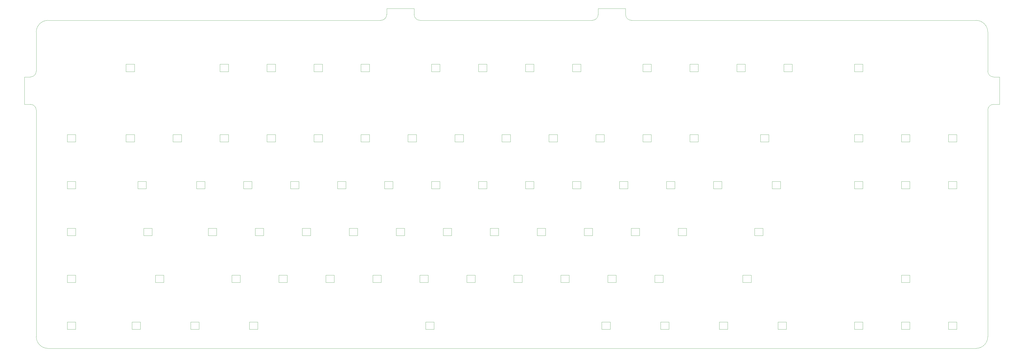
<source format=gm1>
%TF.GenerationSoftware,KiCad,Pcbnew,(5.1.10)-1*%
%TF.CreationDate,2021-10-27T23:44:53-04:00*%
%TF.ProjectId,custom_keyboard (f303_ fe2.1),63757374-6f6d-45f6-9b65-79626f617264,rev?*%
%TF.SameCoordinates,Original*%
%TF.FileFunction,Profile,NP*%
%FSLAX46Y46*%
G04 Gerber Fmt 4.6, Leading zero omitted, Abs format (unit mm)*
G04 Created by KiCad (PCBNEW (5.1.10)-1) date 2021-10-27 23:44:53*
%MOMM*%
%LPD*%
G01*
G04 APERTURE LIST*
%TA.AperFunction,Profile*%
%ADD10C,0.100000*%
%TD*%
%TA.AperFunction,Profile*%
%ADD11C,0.050000*%
%TD*%
G04 APERTURE END LIST*
D10*
X69845600Y-188106900D02*
X72226700Y-188106900D01*
X74607800Y-282557200D02*
X74607800Y-190488000D01*
X74607800Y-158740000D02*
X74607800Y-174614000D01*
X72226700Y-176995100D02*
X69845600Y-176995100D01*
X74607800Y-174614000D02*
G75*
G02*
X72226700Y-176995100I-2381100J0D01*
G01*
X72226700Y-188106900D02*
G75*
G02*
X74607800Y-190488000I0J-2381100D01*
G01*
X313511500Y-151596700D02*
X313511500Y-149215600D01*
X302399700Y-151596700D02*
X302399700Y-149215600D01*
X315892600Y-153977800D02*
X455583800Y-153977800D01*
X230173000Y-153977800D02*
X300018600Y-153977800D01*
X302399700Y-151596700D02*
G75*
G02*
X300018600Y-153977800I-2381100J0D01*
G01*
X315892600Y-153977800D02*
G75*
G02*
X313511500Y-151596700I0J2381100D01*
G01*
X227791900Y-149215600D02*
X227791900Y-151596700D01*
X216680100Y-149215600D02*
X227791900Y-149215600D01*
X216680100Y-151596700D02*
X216680100Y-149215600D01*
X79370000Y-153977800D02*
X214299000Y-153977800D01*
X216680100Y-151596700D02*
G75*
G02*
X214299000Y-153977800I-2381100J0D01*
G01*
X230173000Y-153977800D02*
G75*
G02*
X227791900Y-151596700I0J2381100D01*
G01*
X465108200Y-176995100D02*
X462727100Y-176995100D01*
X465108200Y-188106900D02*
X465108200Y-176995100D01*
X462727100Y-188106900D02*
X465108200Y-188106900D01*
X460346000Y-190488000D02*
G75*
G02*
X462727100Y-188106900I2381100J0D01*
G01*
X462727100Y-176995100D02*
G75*
G02*
X460346000Y-174614000I0J2381100D01*
G01*
X460346000Y-174614000D02*
X460346000Y-158740000D01*
X460346000Y-282557200D02*
X460346000Y-190488000D01*
X69845600Y-176995100D02*
X69845600Y-188106900D01*
X313511500Y-149215600D02*
X302399700Y-149215600D01*
X79370000Y-287319400D02*
X455583800Y-287319400D01*
X460346000Y-282557200D02*
G75*
G02*
X455583800Y-287319400I-4762200J0D01*
G01*
X455583800Y-153977800D02*
G75*
G02*
X460346000Y-158740000I0J-4762200D01*
G01*
X74607800Y-158740000D02*
G75*
G02*
X79370000Y-153977800I4762200J0D01*
G01*
X79370000Y-287319400D02*
G75*
G02*
X74607800Y-282557200I0J4762200D01*
G01*
D11*
%TO.C,MX7*%
X253871400Y-171814400D02*
X257271400Y-171814400D01*
X257271400Y-171814400D02*
X257271400Y-174814400D01*
X257271400Y-174814400D02*
X253871400Y-174814400D01*
X253871400Y-174814400D02*
X253871400Y-171814400D01*
%TO.C,MX6*%
X234822600Y-171814400D02*
X238222600Y-171814400D01*
X238222600Y-171814400D02*
X238222600Y-174814400D01*
X238222600Y-174814400D02*
X234822600Y-174814400D01*
X234822600Y-174814400D02*
X234822600Y-171814400D01*
%TO.C,MX78*%
X425310600Y-257534000D02*
X428710600Y-257534000D01*
X428710600Y-257534000D02*
X428710600Y-260534000D01*
X428710600Y-260534000D02*
X425310600Y-260534000D01*
X425310600Y-260534000D02*
X425310600Y-257534000D01*
%TO.C,MX19*%
X168151800Y-200387600D02*
X171551800Y-200387600D01*
X171551800Y-200387600D02*
X171551800Y-203387600D01*
X171551800Y-203387600D02*
X168151800Y-203387600D01*
X168151800Y-203387600D02*
X168151800Y-200387600D01*
%TO.C,MX83*%
X232441500Y-279582800D02*
X232441500Y-276582800D01*
X235841500Y-279582800D02*
X232441500Y-279582800D01*
X235841500Y-276582800D02*
X235841500Y-279582800D01*
X232441500Y-276582800D02*
X235841500Y-276582800D01*
%TO.C,MX84*%
X303874500Y-279582800D02*
X303874500Y-276582800D01*
X307274500Y-279582800D02*
X303874500Y-279582800D01*
X307274500Y-276582800D02*
X307274500Y-279582800D01*
X303874500Y-276582800D02*
X307274500Y-276582800D01*
%TO.C,MX32*%
X444359400Y-200387600D02*
X447759400Y-200387600D01*
X447759400Y-200387600D02*
X447759400Y-203387600D01*
X447759400Y-203387600D02*
X444359400Y-203387600D01*
X444359400Y-203387600D02*
X444359400Y-200387600D01*
%TO.C,MX1*%
X111005400Y-171814400D02*
X114405400Y-171814400D01*
X114405400Y-171814400D02*
X114405400Y-174814400D01*
X114405400Y-174814400D02*
X111005400Y-174814400D01*
X111005400Y-174814400D02*
X111005400Y-171814400D01*
%TO.C,MX2*%
X149103000Y-171814400D02*
X152503000Y-171814400D01*
X152503000Y-171814400D02*
X152503000Y-174814400D01*
X152503000Y-174814400D02*
X149103000Y-174814400D01*
X149103000Y-174814400D02*
X149103000Y-171814400D01*
%TO.C,MX3*%
X168151800Y-171814400D02*
X171551800Y-171814400D01*
X171551800Y-171814400D02*
X171551800Y-174814400D01*
X171551800Y-174814400D02*
X168151800Y-174814400D01*
X168151800Y-174814400D02*
X168151800Y-171814400D01*
%TO.C,MX4*%
X187200600Y-171814400D02*
X190600600Y-171814400D01*
X190600600Y-171814400D02*
X190600600Y-174814400D01*
X190600600Y-174814400D02*
X187200600Y-174814400D01*
X187200600Y-174814400D02*
X187200600Y-171814400D01*
%TO.C,MX5*%
X206249400Y-171814400D02*
X209649400Y-171814400D01*
X209649400Y-171814400D02*
X209649400Y-174814400D01*
X209649400Y-174814400D02*
X206249400Y-174814400D01*
X206249400Y-174814400D02*
X206249400Y-171814400D01*
%TO.C,MX8*%
X272920200Y-171814400D02*
X276320200Y-171814400D01*
X276320200Y-171814400D02*
X276320200Y-174814400D01*
X276320200Y-174814400D02*
X272920200Y-174814400D01*
X272920200Y-174814400D02*
X272920200Y-171814400D01*
%TO.C,MX9*%
X291969000Y-171814400D02*
X295369000Y-171814400D01*
X295369000Y-171814400D02*
X295369000Y-174814400D01*
X295369000Y-174814400D02*
X291969000Y-174814400D01*
X291969000Y-174814400D02*
X291969000Y-171814400D01*
%TO.C,MX10*%
X320542200Y-171814400D02*
X323942200Y-171814400D01*
X323942200Y-171814400D02*
X323942200Y-174814400D01*
X323942200Y-174814400D02*
X320542200Y-174814400D01*
X320542200Y-174814400D02*
X320542200Y-171814400D01*
%TO.C,MX11*%
X339591000Y-171814400D02*
X342991000Y-171814400D01*
X342991000Y-171814400D02*
X342991000Y-174814400D01*
X342991000Y-174814400D02*
X339591000Y-174814400D01*
X339591000Y-174814400D02*
X339591000Y-171814400D01*
%TO.C,MX12*%
X358639800Y-171814400D02*
X362039800Y-171814400D01*
X362039800Y-171814400D02*
X362039800Y-174814400D01*
X362039800Y-174814400D02*
X358639800Y-174814400D01*
X358639800Y-174814400D02*
X358639800Y-171814400D01*
%TO.C,MX13*%
X377688600Y-171814400D02*
X381088600Y-171814400D01*
X381088600Y-171814400D02*
X381088600Y-174814400D01*
X381088600Y-174814400D02*
X377688600Y-174814400D01*
X377688600Y-174814400D02*
X377688600Y-171814400D01*
%TO.C,MX14*%
X406261800Y-171814400D02*
X409661800Y-171814400D01*
X409661800Y-171814400D02*
X409661800Y-174814400D01*
X409661800Y-174814400D02*
X406261800Y-174814400D01*
X406261800Y-174814400D02*
X406261800Y-171814400D01*
%TO.C,MX15*%
X87194400Y-200387600D02*
X90594400Y-200387600D01*
X90594400Y-200387600D02*
X90594400Y-203387600D01*
X90594400Y-203387600D02*
X87194400Y-203387600D01*
X87194400Y-203387600D02*
X87194400Y-200387600D01*
%TO.C,MX16*%
X111005400Y-200387600D02*
X114405400Y-200387600D01*
X114405400Y-200387600D02*
X114405400Y-203387600D01*
X114405400Y-203387600D02*
X111005400Y-203387600D01*
X111005400Y-203387600D02*
X111005400Y-200387600D01*
%TO.C,MX17*%
X130054200Y-200387600D02*
X133454200Y-200387600D01*
X133454200Y-200387600D02*
X133454200Y-203387600D01*
X133454200Y-203387600D02*
X130054200Y-203387600D01*
X130054200Y-203387600D02*
X130054200Y-200387600D01*
%TO.C,MX18*%
X149103000Y-200387600D02*
X152503000Y-200387600D01*
X152503000Y-200387600D02*
X152503000Y-203387600D01*
X152503000Y-203387600D02*
X149103000Y-203387600D01*
X149103000Y-203387600D02*
X149103000Y-200387600D01*
%TO.C,MX20*%
X187200600Y-200387600D02*
X190600600Y-200387600D01*
X190600600Y-200387600D02*
X190600600Y-203387600D01*
X190600600Y-203387600D02*
X187200600Y-203387600D01*
X187200600Y-203387600D02*
X187200600Y-200387600D01*
%TO.C,MX21*%
X206249400Y-200387600D02*
X209649400Y-200387600D01*
X209649400Y-200387600D02*
X209649400Y-203387600D01*
X209649400Y-203387600D02*
X206249400Y-203387600D01*
X206249400Y-203387600D02*
X206249400Y-200387600D01*
%TO.C,MX22*%
X225298200Y-200387600D02*
X228698200Y-200387600D01*
X228698200Y-200387600D02*
X228698200Y-203387600D01*
X228698200Y-203387600D02*
X225298200Y-203387600D01*
X225298200Y-203387600D02*
X225298200Y-200387600D01*
%TO.C,MX23*%
X244347000Y-200387600D02*
X247747000Y-200387600D01*
X247747000Y-200387600D02*
X247747000Y-203387600D01*
X247747000Y-203387600D02*
X244347000Y-203387600D01*
X244347000Y-203387600D02*
X244347000Y-200387600D01*
%TO.C,MX24*%
X263395800Y-200387600D02*
X266795800Y-200387600D01*
X266795800Y-200387600D02*
X266795800Y-203387600D01*
X266795800Y-203387600D02*
X263395800Y-203387600D01*
X263395800Y-203387600D02*
X263395800Y-200387600D01*
%TO.C,MX25*%
X282444600Y-200387600D02*
X285844600Y-200387600D01*
X285844600Y-200387600D02*
X285844600Y-203387600D01*
X285844600Y-203387600D02*
X282444600Y-203387600D01*
X282444600Y-203387600D02*
X282444600Y-200387600D01*
%TO.C,MX26*%
X301493400Y-200387600D02*
X304893400Y-200387600D01*
X304893400Y-200387600D02*
X304893400Y-203387600D01*
X304893400Y-203387600D02*
X301493400Y-203387600D01*
X301493400Y-203387600D02*
X301493400Y-200387600D01*
%TO.C,MX27*%
X320542200Y-200387600D02*
X323942200Y-200387600D01*
X323942200Y-200387600D02*
X323942200Y-203387600D01*
X323942200Y-203387600D02*
X320542200Y-203387600D01*
X320542200Y-203387600D02*
X320542200Y-200387600D01*
%TO.C,MX28*%
X339591000Y-200387600D02*
X342991000Y-200387600D01*
X342991000Y-200387600D02*
X342991000Y-203387600D01*
X342991000Y-203387600D02*
X339591000Y-203387600D01*
X339591000Y-203387600D02*
X339591000Y-200387600D01*
%TO.C,MX29*%
X368164200Y-200387600D02*
X371564200Y-200387600D01*
X371564200Y-200387600D02*
X371564200Y-203387600D01*
X371564200Y-203387600D02*
X368164200Y-203387600D01*
X368164200Y-203387600D02*
X368164200Y-200387600D01*
%TO.C,MX30*%
X406261800Y-200387600D02*
X409661800Y-200387600D01*
X409661800Y-200387600D02*
X409661800Y-203387600D01*
X409661800Y-203387600D02*
X406261800Y-203387600D01*
X406261800Y-203387600D02*
X406261800Y-200387600D01*
%TO.C,MX31*%
X425310600Y-200387600D02*
X428710600Y-200387600D01*
X428710600Y-200387600D02*
X428710600Y-203387600D01*
X428710600Y-203387600D02*
X425310600Y-203387600D01*
X425310600Y-203387600D02*
X425310600Y-200387600D01*
%TO.C,MX33*%
X87194400Y-219436400D02*
X90594400Y-219436400D01*
X90594400Y-219436400D02*
X90594400Y-222436400D01*
X90594400Y-222436400D02*
X87194400Y-222436400D01*
X87194400Y-222436400D02*
X87194400Y-219436400D01*
%TO.C,MX34*%
X115767600Y-222436400D02*
X115767600Y-219436400D01*
X119167600Y-222436400D02*
X115767600Y-222436400D01*
X119167600Y-219436400D02*
X119167600Y-222436400D01*
X115767600Y-219436400D02*
X119167600Y-219436400D01*
%TO.C,MX35*%
X139578600Y-219436400D02*
X142978600Y-219436400D01*
X142978600Y-219436400D02*
X142978600Y-222436400D01*
X142978600Y-222436400D02*
X139578600Y-222436400D01*
X139578600Y-222436400D02*
X139578600Y-219436400D01*
%TO.C,MX36*%
X158627400Y-219436400D02*
X162027400Y-219436400D01*
X162027400Y-219436400D02*
X162027400Y-222436400D01*
X162027400Y-222436400D02*
X158627400Y-222436400D01*
X158627400Y-222436400D02*
X158627400Y-219436400D01*
%TO.C,MX37*%
X177676200Y-219436400D02*
X181076200Y-219436400D01*
X181076200Y-219436400D02*
X181076200Y-222436400D01*
X181076200Y-222436400D02*
X177676200Y-222436400D01*
X177676200Y-222436400D02*
X177676200Y-219436400D01*
%TO.C,MX38*%
X196725000Y-219436400D02*
X200125000Y-219436400D01*
X200125000Y-219436400D02*
X200125000Y-222436400D01*
X200125000Y-222436400D02*
X196725000Y-222436400D01*
X196725000Y-222436400D02*
X196725000Y-219436400D01*
%TO.C,MX39*%
X215773800Y-219436400D02*
X219173800Y-219436400D01*
X219173800Y-219436400D02*
X219173800Y-222436400D01*
X219173800Y-222436400D02*
X215773800Y-222436400D01*
X215773800Y-222436400D02*
X215773800Y-219436400D01*
%TO.C,MX40*%
X234822600Y-219436400D02*
X238222600Y-219436400D01*
X238222600Y-219436400D02*
X238222600Y-222436400D01*
X238222600Y-222436400D02*
X234822600Y-222436400D01*
X234822600Y-222436400D02*
X234822600Y-219436400D01*
%TO.C,MX41*%
X253871400Y-219436400D02*
X257271400Y-219436400D01*
X257271400Y-219436400D02*
X257271400Y-222436400D01*
X257271400Y-222436400D02*
X253871400Y-222436400D01*
X253871400Y-222436400D02*
X253871400Y-219436400D01*
%TO.C,MX42*%
X272920200Y-219436400D02*
X276320200Y-219436400D01*
X276320200Y-219436400D02*
X276320200Y-222436400D01*
X276320200Y-222436400D02*
X272920200Y-222436400D01*
X272920200Y-222436400D02*
X272920200Y-219436400D01*
%TO.C,MX43*%
X291969000Y-219436400D02*
X295369000Y-219436400D01*
X295369000Y-219436400D02*
X295369000Y-222436400D01*
X295369000Y-222436400D02*
X291969000Y-222436400D01*
X291969000Y-222436400D02*
X291969000Y-219436400D01*
%TO.C,MX45*%
X330066600Y-219436400D02*
X333466600Y-219436400D01*
X333466600Y-219436400D02*
X333466600Y-222436400D01*
X333466600Y-222436400D02*
X330066600Y-222436400D01*
X330066600Y-222436400D02*
X330066600Y-219436400D01*
%TO.C,MX46*%
X349115400Y-219436400D02*
X352515400Y-219436400D01*
X352515400Y-219436400D02*
X352515400Y-222436400D01*
X352515400Y-222436400D02*
X349115400Y-222436400D01*
X349115400Y-222436400D02*
X349115400Y-219436400D01*
%TO.C,MX48*%
X406261800Y-219436400D02*
X409661800Y-219436400D01*
X409661800Y-219436400D02*
X409661800Y-222436400D01*
X409661800Y-222436400D02*
X406261800Y-222436400D01*
X406261800Y-222436400D02*
X406261800Y-219436400D01*
%TO.C,MX49*%
X425310600Y-219436400D02*
X428710600Y-219436400D01*
X428710600Y-219436400D02*
X428710600Y-222436400D01*
X428710600Y-222436400D02*
X425310600Y-222436400D01*
X425310600Y-222436400D02*
X425310600Y-219436400D01*
%TO.C,MX51*%
X87194400Y-238485200D02*
X90594400Y-238485200D01*
X90594400Y-238485200D02*
X90594400Y-241485200D01*
X90594400Y-241485200D02*
X87194400Y-241485200D01*
X87194400Y-241485200D02*
X87194400Y-238485200D01*
%TO.C,MX52*%
X118148700Y-241485200D02*
X118148700Y-238485200D01*
X121548700Y-241485200D02*
X118148700Y-241485200D01*
X121548700Y-238485200D02*
X121548700Y-241485200D01*
X118148700Y-238485200D02*
X121548700Y-238485200D01*
%TO.C,MX53*%
X144282500Y-238485200D02*
X147682500Y-238485200D01*
X147682500Y-238485200D02*
X147682500Y-241485200D01*
X147682500Y-241485200D02*
X144282500Y-241485200D01*
X144282500Y-241485200D02*
X144282500Y-238485200D01*
%TO.C,MX54*%
X163389600Y-238485200D02*
X166789600Y-238485200D01*
X166789600Y-238485200D02*
X166789600Y-241485200D01*
X166789600Y-241485200D02*
X163389600Y-241485200D01*
X163389600Y-241485200D02*
X163389600Y-238485200D01*
%TO.C,MX55*%
X182438400Y-238485200D02*
X185838400Y-238485200D01*
X185838400Y-238485200D02*
X185838400Y-241485200D01*
X185838400Y-241485200D02*
X182438400Y-241485200D01*
X182438400Y-241485200D02*
X182438400Y-238485200D01*
%TO.C,MX56*%
X201487200Y-238485200D02*
X204887200Y-238485200D01*
X204887200Y-238485200D02*
X204887200Y-241485200D01*
X204887200Y-241485200D02*
X201487200Y-241485200D01*
X201487200Y-241485200D02*
X201487200Y-238485200D01*
%TO.C,MX57*%
X220536000Y-238485200D02*
X223936000Y-238485200D01*
X223936000Y-238485200D02*
X223936000Y-241485200D01*
X223936000Y-241485200D02*
X220536000Y-241485200D01*
X220536000Y-241485200D02*
X220536000Y-238485200D01*
%TO.C,MX59*%
X258633600Y-238485200D02*
X262033600Y-238485200D01*
X262033600Y-238485200D02*
X262033600Y-241485200D01*
X262033600Y-241485200D02*
X258633600Y-241485200D01*
X258633600Y-241485200D02*
X258633600Y-238485200D01*
%TO.C,MX60*%
X277682400Y-238485200D02*
X281082400Y-238485200D01*
X281082400Y-238485200D02*
X281082400Y-241485200D01*
X281082400Y-241485200D02*
X277682400Y-241485200D01*
X277682400Y-241485200D02*
X277682400Y-238485200D01*
%TO.C,MX61*%
X296731200Y-238485200D02*
X300131200Y-238485200D01*
X300131200Y-238485200D02*
X300131200Y-241485200D01*
X300131200Y-241485200D02*
X296731200Y-241485200D01*
X296731200Y-241485200D02*
X296731200Y-238485200D01*
%TO.C,MX63*%
X334828800Y-238485200D02*
X338228800Y-238485200D01*
X338228800Y-238485200D02*
X338228800Y-241485200D01*
X338228800Y-241485200D02*
X334828800Y-241485200D01*
X334828800Y-241485200D02*
X334828800Y-238485200D01*
%TO.C,MX65*%
X87194400Y-257534000D02*
X90594400Y-257534000D01*
X90594400Y-257534000D02*
X90594400Y-260534000D01*
X90594400Y-260534000D02*
X87194400Y-260534000D01*
X87194400Y-260534000D02*
X87194400Y-257534000D01*
%TO.C,MX66*%
X122910900Y-257534000D02*
X126310900Y-257534000D01*
X126310900Y-257534000D02*
X126310900Y-260534000D01*
X126310900Y-260534000D02*
X122910900Y-260534000D01*
X122910900Y-260534000D02*
X122910900Y-257534000D01*
%TO.C,MX67*%
X153865200Y-257534000D02*
X157265200Y-257534000D01*
X157265200Y-257534000D02*
X157265200Y-260534000D01*
X157265200Y-260534000D02*
X153865200Y-260534000D01*
X153865200Y-260534000D02*
X153865200Y-257534000D01*
%TO.C,MX68*%
X172914000Y-257534000D02*
X176314000Y-257534000D01*
X176314000Y-257534000D02*
X176314000Y-260534000D01*
X176314000Y-260534000D02*
X172914000Y-260534000D01*
X172914000Y-260534000D02*
X172914000Y-257534000D01*
%TO.C,MX69*%
X191962800Y-257534000D02*
X195362800Y-257534000D01*
X195362800Y-257534000D02*
X195362800Y-260534000D01*
X195362800Y-260534000D02*
X191962800Y-260534000D01*
X191962800Y-260534000D02*
X191962800Y-257534000D01*
%TO.C,MX70*%
X211011600Y-257534000D02*
X214411600Y-257534000D01*
X214411600Y-257534000D02*
X214411600Y-260534000D01*
X214411600Y-260534000D02*
X211011600Y-260534000D01*
X211011600Y-260534000D02*
X211011600Y-257534000D01*
%TO.C,MX71*%
X230060400Y-257534000D02*
X233460400Y-257534000D01*
X233460400Y-257534000D02*
X233460400Y-260534000D01*
X233460400Y-260534000D02*
X230060400Y-260534000D01*
X230060400Y-260534000D02*
X230060400Y-257534000D01*
%TO.C,MX72*%
X249109200Y-257534000D02*
X252509200Y-257534000D01*
X252509200Y-257534000D02*
X252509200Y-260534000D01*
X252509200Y-260534000D02*
X249109200Y-260534000D01*
X249109200Y-260534000D02*
X249109200Y-257534000D01*
%TO.C,MX73*%
X268158000Y-257534000D02*
X271558000Y-257534000D01*
X271558000Y-257534000D02*
X271558000Y-260534000D01*
X271558000Y-260534000D02*
X268158000Y-260534000D01*
X268158000Y-260534000D02*
X268158000Y-257534000D01*
%TO.C,MX74*%
X287206800Y-257534000D02*
X290606800Y-257534000D01*
X290606800Y-257534000D02*
X290606800Y-260534000D01*
X290606800Y-260534000D02*
X287206800Y-260534000D01*
X287206800Y-260534000D02*
X287206800Y-257534000D01*
%TO.C,MX75*%
X306255600Y-257534000D02*
X309655600Y-257534000D01*
X309655600Y-257534000D02*
X309655600Y-260534000D01*
X309655600Y-260534000D02*
X306255600Y-260534000D01*
X306255600Y-260534000D02*
X306255600Y-257534000D01*
%TO.C,MX76*%
X325304400Y-257534000D02*
X328704400Y-257534000D01*
X328704400Y-257534000D02*
X328704400Y-260534000D01*
X328704400Y-260534000D02*
X325304400Y-260534000D01*
X325304400Y-260534000D02*
X325304400Y-257534000D01*
%TO.C,MX77*%
X361020900Y-260534000D02*
X361020900Y-257534000D01*
X364420900Y-260534000D02*
X361020900Y-260534000D01*
X364420900Y-257534000D02*
X364420900Y-260534000D01*
X361020900Y-257534000D02*
X364420900Y-257534000D01*
%TO.C,MX79*%
X87194400Y-276582800D02*
X90594400Y-276582800D01*
X90594400Y-276582800D02*
X90594400Y-279582800D01*
X90594400Y-279582800D02*
X87194400Y-279582800D01*
X87194400Y-279582800D02*
X87194400Y-276582800D01*
%TO.C,MX80*%
X113386500Y-279582800D02*
X113386500Y-276582800D01*
X116786500Y-279582800D02*
X113386500Y-279582800D01*
X116786500Y-276582800D02*
X116786500Y-279582800D01*
X113386500Y-276582800D02*
X116786500Y-276582800D01*
%TO.C,MX81*%
X137197500Y-279582800D02*
X137197500Y-276582800D01*
X140597500Y-279582800D02*
X137197500Y-279582800D01*
X140597500Y-276582800D02*
X140597500Y-279582800D01*
X137197500Y-276582800D02*
X140597500Y-276582800D01*
%TO.C,MX82*%
X161008500Y-279582800D02*
X161008500Y-276582800D01*
X164408500Y-279582800D02*
X161008500Y-279582800D01*
X164408500Y-276582800D02*
X164408500Y-279582800D01*
X161008500Y-276582800D02*
X164408500Y-276582800D01*
%TO.C,MX85*%
X327685500Y-279582800D02*
X327685500Y-276582800D01*
X331085500Y-279582800D02*
X327685500Y-279582800D01*
X331085500Y-276582800D02*
X331085500Y-279582800D01*
X327685500Y-276582800D02*
X331085500Y-276582800D01*
%TO.C,MX86*%
X351496500Y-279582800D02*
X351496500Y-276582800D01*
X354896500Y-279582800D02*
X351496500Y-279582800D01*
X354896500Y-276582800D02*
X354896500Y-279582800D01*
X351496500Y-276582800D02*
X354896500Y-276582800D01*
%TO.C,MX89*%
X425310600Y-276582800D02*
X428710600Y-276582800D01*
X428710600Y-276582800D02*
X428710600Y-279582800D01*
X428710600Y-279582800D02*
X425310600Y-279582800D01*
X425310600Y-279582800D02*
X425310600Y-276582800D01*
%TO.C,MX64*%
X365783100Y-238485200D02*
X369183100Y-238485200D01*
X369183100Y-238485200D02*
X369183100Y-241485200D01*
X369183100Y-241485200D02*
X365783100Y-241485200D01*
X365783100Y-241485200D02*
X365783100Y-238485200D01*
%TO.C,MX47*%
X372926400Y-222436400D02*
X372926400Y-219436400D01*
X376326400Y-222436400D02*
X372926400Y-222436400D01*
X376326400Y-219436400D02*
X376326400Y-222436400D01*
X372926400Y-219436400D02*
X376326400Y-219436400D01*
%TO.C,MX44*%
X311017800Y-219436400D02*
X314417800Y-219436400D01*
X314417800Y-219436400D02*
X314417800Y-222436400D01*
X314417800Y-222436400D02*
X311017800Y-222436400D01*
X311017800Y-222436400D02*
X311017800Y-219436400D01*
%TO.C,MX88*%
X406261800Y-276582800D02*
X409661800Y-276582800D01*
X409661800Y-276582800D02*
X409661800Y-279582800D01*
X409661800Y-279582800D02*
X406261800Y-279582800D01*
X406261800Y-279582800D02*
X406261800Y-276582800D01*
%TO.C,MX87*%
X375307500Y-279582800D02*
X375307500Y-276582800D01*
X378707500Y-279582800D02*
X375307500Y-279582800D01*
X378707500Y-276582800D02*
X378707500Y-279582800D01*
X375307500Y-276582800D02*
X378707500Y-276582800D01*
%TO.C,MX50*%
X444359400Y-219436400D02*
X447759400Y-219436400D01*
X447759400Y-219436400D02*
X447759400Y-222436400D01*
X447759400Y-222436400D02*
X444359400Y-222436400D01*
X444359400Y-222436400D02*
X444359400Y-219436400D01*
%TO.C,MX90*%
X444359400Y-276582800D02*
X447759400Y-276582800D01*
X447759400Y-276582800D02*
X447759400Y-279582800D01*
X447759400Y-279582800D02*
X444359400Y-279582800D01*
X444359400Y-279582800D02*
X444359400Y-276582800D01*
%TO.C,MX58*%
X239584800Y-238485200D02*
X242984800Y-238485200D01*
X242984800Y-238485200D02*
X242984800Y-241485200D01*
X242984800Y-241485200D02*
X239584800Y-241485200D01*
X239584800Y-241485200D02*
X239584800Y-238485200D01*
%TO.C,MX62*%
X315780000Y-238485200D02*
X319180000Y-238485200D01*
X319180000Y-238485200D02*
X319180000Y-241485200D01*
X319180000Y-241485200D02*
X315780000Y-241485200D01*
X315780000Y-241485200D02*
X315780000Y-238485200D01*
%TD*%
M02*

</source>
